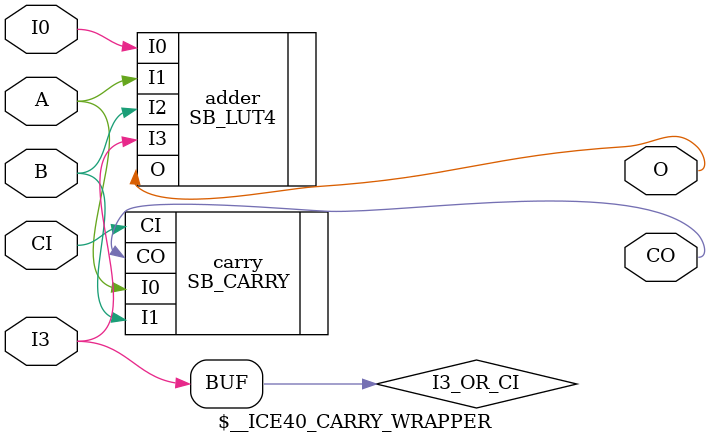
<source format=v>
module \$__ICE40_CARRY_WRAPPER (
	(* abc9_carry *)
	output CO,
	output O,
	input A, B,
	(* abc9_carry *)
	input CI,
	input I0, I3
);
	parameter LUT = 0;
	parameter I3_IS_CI = 0;
	wire I3_OR_CI = I3_IS_CI ? CI : I3;
	SB_CARRY carry (
		.I0(A),
		.I1(B),
		.CI(CI),
		.CO(CO)
	);
	SB_LUT4 #(
		.LUT_INIT(LUT)
	) adder (
		.I0(I0),
		.I1(A),
		.I2(B),
		.I3(I3_OR_CI),
		.O(O)
	);
`ifdef ICE40_HX
	specify
		// https://github.com/cliffordwolf/icestorm/blob/be0bca0230d6fe1102e0a360b953fbb0d273a39f/icefuzz/timings_hx1k.txt#L79
		(CI => CO) = (126, 105);
		// https://github.com/cliffordwolf/icestorm/blob/be0bca0230d6fe1102e0a360b953fbb0d273a39f/icefuzz/timings_hx1k.txt#L80
		(I0 => O) = (449, 386);
		// https://github.com/cliffordwolf/icestorm/blob/be0bca0230d6fe1102e0a360b953fbb0d273a39f/icefuzz/timings_hx1k.txt#L82
		(A => CO) = (259, 245);
		// https://github.com/cliffordwolf/icestorm/blob/be0bca0230d6fe1102e0a360b953fbb0d273a39f/icefuzz/timings_hx1k.txt#L83
		(A => O) = (400, 379);
		// https://github.com/cliffordwolf/icestorm/blob/be0bca0230d6fe1102e0a360b953fbb0d273a39f/icefuzz/timings_hx1k.txt#L85
		(B => CO) = (231, 133);
		// https://github.com/cliffordwolf/icestorm/blob/be0bca0230d6fe1102e0a360b953fbb0d273a39f/icefuzz/timings_hx1k.txt#L86
		(B => O) = (379, 351);
		// https://github.com/cliffordwolf/icestorm/blob/be0bca0230d6fe1102e0a360b953fbb0d273a39f/icefuzz/timings_hx1k.txt#L88
		(I3 => O) = (316, 288);
		(CI => O) = (316, 288);
	endspecify
`endif
`ifdef ICE40_LP
	specify
		// https://github.com/cliffordwolf/icestorm/blob/be0bca0230d6fe1102e0a360b953fbb0d273a39f/icefuzz/timings_lp1k.txt#L79
		(CI => CO) = (186, 155);
		// https://github.com/cliffordwolf/icestorm/blob/be0bca0230d6fe1102e0a360b953fbb0d273a39f/icefuzz/timings_lp1k.txt#L80
		(I0 => O) = (662, 569);
		// https://github.com/cliffordwolf/icestorm/blob/be0bca0230d6fe1102e0a360b953fbb0d273a39f/icefuzz/timings_lp1k.txt#L82
		(A => CO) = (382, 362);
		// https://github.com/cliffordwolf/icestorm/blob/be0bca0230d6fe1102e0a360b953fbb0d273a39f/icefuzz/timings_lp1k.txt#L83
		(A => O) = (589, 558);
		// https://github.com/cliffordwolf/icestorm/blob/be0bca0230d6fe1102e0a360b953fbb0d273a39f/icefuzz/timings_lp1k.txt#L85
		(B => CO) = (341, 196);
		// https://github.com/cliffordwolf/icestorm/blob/be0bca0230d6fe1102e0a360b953fbb0d273a39f/icefuzz/timings_lp1k.txt#L86
		(B => O) = (558, 517);
		// https://github.com/cliffordwolf/icestorm/blob/be0bca0230d6fe1102e0a360b953fbb0d273a39f/icefuzz/timings_lp1k.txt#L88
		(I3 => O) = (465, 423);
		(CI => O) = (465, 423);
	endspecify
`endif
`ifdef ICE40_U
	specify
		// https://github.com/cliffordwolf/icestorm/blob/be0bca0230d6fe1102e0a360b953fbb0d273a39f/icefuzz/timings_up5k.txt#L91
		(CI => CO) = (278, 278);
		// https://github.com/cliffordwolf/icestorm/blob/be0bca0230d6fe1102e0a360b953fbb0d273a39f/icefuzz/timings_up5k.txt#L92
		(I0 => O) = (1245, 1285);
		// https://github.com/cliffordwolf/icestorm/blob/be0bca0230d6fe1102e0a360b953fbb0d273a39f/icefuzz/timings_up5k.txt#L94
		(A => CO) = (675, 662);
		// https://github.com/cliffordwolf/icestorm/blob/be0bca0230d6fe1102e0a360b953fbb0d273a39f/icefuzz/timings_up5k.txt#L95
		(A => O) = (1179, 1232);
		// https://github.com/cliffordwolf/icestorm/blob/be0bca0230d6fe1102e0a360b953fbb0d273a39f/icefuzz/timings_up5k.txt#L97
		(B => CO) = (609, 358);
		// https://github.com/cliffordwolf/icestorm/blob/be0bca0230d6fe1102e0a360b953fbb0d273a39f/icefuzz/timings_up5k.txt#L98
		(B => O) = (1179, 1205);
		// https://github.com/cliffordwolf/icestorm/blob/be0bca0230d6fe1102e0a360b953fbb0d273a39f/icefuzz/timings_up5k.txt#L100
		(I3 => O) = (861, 874);
		(CI => O) = (861, 874);
	endspecify
`endif
endmodule
</source>
